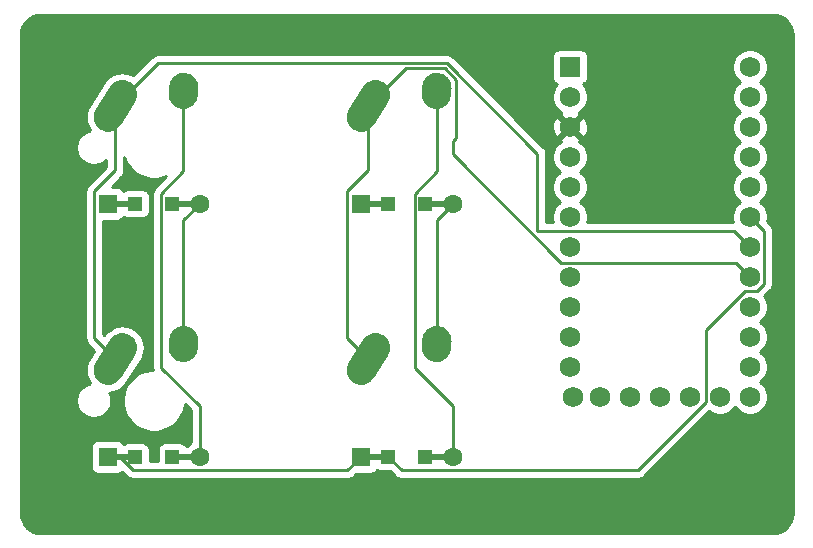
<source format=gbr>
%TF.GenerationSoftware,KiCad,Pcbnew,(5.1.9)-1*%
%TF.CreationDate,2021-02-14T16:54:30-05:00*%
%TF.ProjectId,keeb,6b656562-2e6b-4696-9361-645f70636258,rev?*%
%TF.SameCoordinates,Original*%
%TF.FileFunction,Copper,L1,Top*%
%TF.FilePolarity,Positive*%
%FSLAX46Y46*%
G04 Gerber Fmt 4.6, Leading zero omitted, Abs format (unit mm)*
G04 Created by KiCad (PCBNEW (5.1.9)-1) date 2021-02-14 16:54:30*
%MOMM*%
%LPD*%
G01*
G04 APERTURE LIST*
%TA.AperFunction,SMDPad,CuDef*%
%ADD10R,2.500000X0.500000*%
%TD*%
%TA.AperFunction,ComponentPad*%
%ADD11C,1.600000*%
%TD*%
%TA.AperFunction,ComponentPad*%
%ADD12R,1.600000X1.600000*%
%TD*%
%TA.AperFunction,SMDPad,CuDef*%
%ADD13R,1.200000X1.200000*%
%TD*%
%TA.AperFunction,ComponentPad*%
%ADD14R,1.752600X1.752600*%
%TD*%
%TA.AperFunction,ComponentPad*%
%ADD15C,1.752600*%
%TD*%
%TA.AperFunction,ViaPad*%
%ADD16C,0.800000*%
%TD*%
%TA.AperFunction,Conductor*%
%ADD17C,0.250000*%
%TD*%
%TA.AperFunction,Conductor*%
%ADD18C,0.254000*%
%TD*%
%TA.AperFunction,Conductor*%
%ADD19C,0.100000*%
%TD*%
G04 APERTURE END LIST*
D10*
%TO.P,D1,2*%
%TO.N,Net-(D1-Pad2)*%
X105093750Y-135731250D03*
%TO.P,D1,1*%
%TO.N,Net-(D1-Pad1)*%
X99693750Y-135731250D03*
D11*
%TO.P,D1,2*%
%TO.N,Net-(D1-Pad2)*%
X106293750Y-135731250D03*
D12*
%TO.P,D1,1*%
%TO.N,Net-(D1-Pad1)*%
X98493750Y-135731250D03*
D13*
X100818750Y-135731250D03*
%TO.P,D1,2*%
%TO.N,Net-(D1-Pad2)*%
X103968750Y-135731250D03*
%TD*%
%TO.P,D2,2*%
%TO.N,Net-(D2-Pad2)*%
X125400000Y-135731250D03*
%TO.P,D2,1*%
%TO.N,Net-(D1-Pad1)*%
X122250000Y-135731250D03*
D12*
X119925000Y-135731250D03*
D11*
%TO.P,D2,2*%
%TO.N,Net-(D2-Pad2)*%
X127725000Y-135731250D03*
D10*
%TO.P,D2,1*%
%TO.N,Net-(D1-Pad1)*%
X121125000Y-135731250D03*
%TO.P,D2,2*%
%TO.N,Net-(D2-Pad2)*%
X126525000Y-135731250D03*
%TD*%
%TO.P,D3,2*%
%TO.N,Net-(D3-Pad2)*%
X105093750Y-157162500D03*
%TO.P,D3,1*%
%TO.N,Net-(D3-Pad1)*%
X99693750Y-157162500D03*
D11*
%TO.P,D3,2*%
%TO.N,Net-(D3-Pad2)*%
X106293750Y-157162500D03*
D12*
%TO.P,D3,1*%
%TO.N,Net-(D3-Pad1)*%
X98493750Y-157162500D03*
D13*
X100818750Y-157162500D03*
%TO.P,D3,2*%
%TO.N,Net-(D3-Pad2)*%
X103968750Y-157162500D03*
%TD*%
%TO.P,D4,2*%
%TO.N,Net-(D4-Pad2)*%
X125400000Y-157162500D03*
%TO.P,D4,1*%
%TO.N,Net-(D3-Pad1)*%
X122250000Y-157162500D03*
D12*
X119925000Y-157162500D03*
D11*
%TO.P,D4,2*%
%TO.N,Net-(D4-Pad2)*%
X127725000Y-157162500D03*
D10*
%TO.P,D4,1*%
%TO.N,Net-(D3-Pad1)*%
X121125000Y-157162500D03*
%TO.P,D4,2*%
%TO.N,Net-(D4-Pad2)*%
X126525000Y-157162500D03*
%TD*%
%TO.P,K1,2*%
%TO.N,Net-(D1-Pad2)*%
%TA.AperFunction,ComponentPad*%
G36*
G01*
X103646921Y-147814309D02*
X103686369Y-147235653D01*
G75*
G02*
X105018493Y-146073567I1247105J-85019D01*
G01*
X105018493Y-146073567D01*
G75*
G02*
X106180579Y-147405691I-85019J-1247105D01*
G01*
X106141131Y-147984347D01*
G75*
G02*
X104809007Y-149146433I-1247105J85019D01*
G01*
X104809007Y-149146433D01*
G75*
G02*
X103646921Y-147814309I85019J1247105D01*
G01*
G37*
%TD.AperFunction*%
%TO.P,K1,1*%
%TO.N,Net-(K1-Pad1)*%
%TA.AperFunction,ComponentPad*%
G36*
G01*
X97480049Y-149157190D02*
X98688973Y-147259560D01*
G75*
G02*
X100414837Y-146876946I1054239J-671625D01*
G01*
X100414837Y-146876946D01*
G75*
G02*
X100797451Y-148602810I-671625J-1054239D01*
G01*
X99588527Y-150500440D01*
G75*
G02*
X97862663Y-150883054I-1054239J671625D01*
G01*
X97862663Y-150883054D01*
G75*
G02*
X97480049Y-149157190I671625J1054239D01*
G01*
G37*
%TD.AperFunction*%
%TD*%
%TO.P,K2,1*%
%TO.N,Net-(K2-Pad1)*%
%TA.AperFunction,ComponentPad*%
G36*
G01*
X118911299Y-149157190D02*
X120120223Y-147259560D01*
G75*
G02*
X121846087Y-146876946I1054239J-671625D01*
G01*
X121846087Y-146876946D01*
G75*
G02*
X122228701Y-148602810I-671625J-1054239D01*
G01*
X121019777Y-150500440D01*
G75*
G02*
X119293913Y-150883054I-1054239J671625D01*
G01*
X119293913Y-150883054D01*
G75*
G02*
X118911299Y-149157190I671625J1054239D01*
G01*
G37*
%TD.AperFunction*%
%TO.P,K2,2*%
%TO.N,Net-(D2-Pad2)*%
%TA.AperFunction,ComponentPad*%
G36*
G01*
X125078171Y-147814309D02*
X125117619Y-147235653D01*
G75*
G02*
X126449743Y-146073567I1247105J-85019D01*
G01*
X126449743Y-146073567D01*
G75*
G02*
X127611829Y-147405691I-85019J-1247105D01*
G01*
X127572381Y-147984347D01*
G75*
G02*
X126240257Y-149146433I-1247105J85019D01*
G01*
X126240257Y-149146433D01*
G75*
G02*
X125078171Y-147814309I85019J1247105D01*
G01*
G37*
%TD.AperFunction*%
%TD*%
%TO.P,K3,2*%
%TO.N,Net-(D3-Pad2)*%
%TA.AperFunction,ComponentPad*%
G36*
G01*
X103646921Y-126383059D02*
X103686369Y-125804403D01*
G75*
G02*
X105018493Y-124642317I1247105J-85019D01*
G01*
X105018493Y-124642317D01*
G75*
G02*
X106180579Y-125974441I-85019J-1247105D01*
G01*
X106141131Y-126553097D01*
G75*
G02*
X104809007Y-127715183I-1247105J85019D01*
G01*
X104809007Y-127715183D01*
G75*
G02*
X103646921Y-126383059I85019J1247105D01*
G01*
G37*
%TD.AperFunction*%
%TO.P,K3,1*%
%TO.N,Net-(K1-Pad1)*%
%TA.AperFunction,ComponentPad*%
G36*
G01*
X97480049Y-127725940D02*
X98688973Y-125828310D01*
G75*
G02*
X100414837Y-125445696I1054239J-671625D01*
G01*
X100414837Y-125445696D01*
G75*
G02*
X100797451Y-127171560I-671625J-1054239D01*
G01*
X99588527Y-129069190D01*
G75*
G02*
X97862663Y-129451804I-1054239J671625D01*
G01*
X97862663Y-129451804D01*
G75*
G02*
X97480049Y-127725940I671625J1054239D01*
G01*
G37*
%TD.AperFunction*%
%TD*%
%TO.P,K4,1*%
%TO.N,Net-(K2-Pad1)*%
%TA.AperFunction,ComponentPad*%
G36*
G01*
X118911299Y-127725940D02*
X120120223Y-125828310D01*
G75*
G02*
X121846087Y-125445696I1054239J-671625D01*
G01*
X121846087Y-125445696D01*
G75*
G02*
X122228701Y-127171560I-671625J-1054239D01*
G01*
X121019777Y-129069190D01*
G75*
G02*
X119293913Y-129451804I-1054239J671625D01*
G01*
X119293913Y-129451804D01*
G75*
G02*
X118911299Y-127725940I671625J1054239D01*
G01*
G37*
%TD.AperFunction*%
%TO.P,K4,2*%
%TO.N,Net-(D4-Pad2)*%
%TA.AperFunction,ComponentPad*%
G36*
G01*
X125078171Y-126383059D02*
X125117619Y-125804403D01*
G75*
G02*
X126449743Y-124642317I1247105J-85019D01*
G01*
X126449743Y-124642317D01*
G75*
G02*
X127611829Y-125974441I-85019J-1247105D01*
G01*
X127572381Y-126553097D01*
G75*
G02*
X126240257Y-127715183I-1247105J85019D01*
G01*
X126240257Y-127715183D01*
G75*
G02*
X125078171Y-126383059I85019J1247105D01*
G01*
G37*
%TD.AperFunction*%
%TD*%
D14*
%TO.P,U1,1*%
%TO.N,Net-(U1-Pad1)*%
X137636250Y-124142500D03*
D15*
%TO.P,U1,2*%
%TO.N,Net-(U1-Pad2)*%
X137636250Y-126682500D03*
%TO.P,U1,3*%
%TO.N,GND*%
X137636250Y-129222500D03*
%TO.P,U1,4*%
%TO.N,Net-(U1-Pad4)*%
X137636250Y-131762500D03*
%TO.P,U1,5*%
%TO.N,Net-(U1-Pad5)*%
X137636250Y-134302500D03*
%TO.P,U1,6*%
%TO.N,Net-(U1-Pad6)*%
X137636250Y-136842500D03*
%TO.P,U1,7*%
%TO.N,Net-(U1-Pad7)*%
X137636250Y-139382500D03*
%TO.P,U1,8*%
%TO.N,Net-(U1-Pad8)*%
X137636250Y-141922500D03*
%TO.P,U1,9*%
%TO.N,Net-(U1-Pad9)*%
X137636250Y-144462500D03*
%TO.P,U1,10*%
%TO.N,Net-(U1-Pad10)*%
X137636250Y-147002500D03*
%TO.P,U1,11*%
%TO.N,Net-(U1-Pad11)*%
X137636250Y-149542500D03*
%TO.P,U1,13*%
%TO.N,Net-(U1-Pad13)*%
X152876250Y-152082500D03*
%TO.P,U1,14*%
%TO.N,Net-(U1-Pad14)*%
X152876250Y-149542500D03*
%TO.P,U1,15*%
%TO.N,Net-(U1-Pad15)*%
X152876250Y-147002500D03*
%TO.P,U1,16*%
%TO.N,Net-(U1-Pad16)*%
X152876250Y-144462500D03*
%TO.P,U1,17*%
%TO.N,Net-(K2-Pad1)*%
X152876250Y-141922500D03*
%TO.P,U1,18*%
%TO.N,Net-(K1-Pad1)*%
X152876250Y-139382500D03*
%TO.P,U1,19*%
%TO.N,Net-(D3-Pad1)*%
X152876250Y-136842500D03*
%TO.P,U1,20*%
%TO.N,Net-(D1-Pad1)*%
X152876250Y-134302500D03*
%TO.P,U1,21*%
%TO.N,Net-(U1-Pad21)*%
X152876250Y-131762500D03*
%TO.P,U1,22*%
%TO.N,Net-(U1-Pad22)*%
X152876250Y-129222500D03*
%TO.P,U1,23*%
%TO.N,Net-(U1-Pad23)*%
X152876250Y-126682500D03*
%TO.P,U1,12*%
%TO.N,Net-(U1-Pad12)*%
X137864850Y-152082500D03*
%TO.P,U1,24*%
%TO.N,Net-(U1-Pad24)*%
X152876250Y-124142500D03*
%TO.P,U1,29*%
%TO.N,Net-(U1-Pad29)*%
X150336250Y-152082500D03*
%TO.P,U1,28*%
%TO.N,Net-(U1-Pad28)*%
X147796250Y-152082500D03*
%TO.P,U1,27*%
%TO.N,Net-(U1-Pad27)*%
X145256250Y-152082500D03*
%TO.P,U1,26*%
%TO.N,Net-(U1-Pad26)*%
X142716250Y-152082500D03*
%TO.P,U1,25*%
%TO.N,Net-(U1-Pad25)*%
X140176250Y-152082500D03*
%TD*%
D16*
%TO.N,Net-(D1-Pad2)*%
X104913750Y-147610000D03*
%TD*%
D17*
%TO.N,Net-(D1-Pad2)*%
X104913750Y-137111250D02*
X106293750Y-135731250D01*
X104913750Y-147610000D02*
X104913750Y-137111250D01*
%TO.N,Net-(D2-Pad2)*%
X126345000Y-137111250D02*
X127725000Y-135731250D01*
X126345000Y-147610000D02*
X126345000Y-137111250D01*
%TO.N,Net-(D3-Pad2)*%
X106293750Y-152868026D02*
X106293750Y-157162500D01*
X103043749Y-149618025D02*
X106293750Y-152868026D01*
X103043749Y-134871249D02*
X103043749Y-149618025D01*
X104913750Y-133001248D02*
X103043749Y-134871249D01*
X104913750Y-126178750D02*
X104913750Y-133001248D01*
%TO.N,Net-(D3-Pad1)*%
X118799999Y-158287501D02*
X119925000Y-157162500D01*
X100668751Y-158287501D02*
X118799999Y-158287501D01*
X99543750Y-157162500D02*
X100668751Y-158287501D01*
X98493750Y-157162500D02*
X99543750Y-157162500D01*
X143369175Y-158287501D02*
X123375001Y-158287501D01*
X149134949Y-152521727D02*
X143369175Y-158287501D01*
X149134949Y-146425875D02*
X149134949Y-152521727D01*
X153452875Y-143123801D02*
X152437023Y-143123801D01*
X154077551Y-142499125D02*
X153452875Y-143123801D01*
X123375001Y-158287501D02*
X122250000Y-157162500D01*
X152437023Y-143123801D02*
X149134949Y-146425875D01*
X154077551Y-138043801D02*
X154077551Y-142499125D01*
X152876250Y-136842500D02*
X154077551Y-138043801D01*
%TO.N,Net-(D4-Pad2)*%
X127725000Y-152868026D02*
X127725000Y-157162500D01*
X124474999Y-149618025D02*
X127725000Y-152868026D01*
X124474999Y-134871249D02*
X124474999Y-149618025D01*
X126345000Y-133001248D02*
X124474999Y-134871249D01*
X126345000Y-126178750D02*
X126345000Y-133001248D01*
%TO.N,Net-(K1-Pad1)*%
X97368749Y-147109999D02*
X99138750Y-148880000D01*
X97368749Y-134671249D02*
X97368749Y-147109999D01*
X99138750Y-132901248D02*
X97368749Y-134671249D01*
X99138750Y-127448750D02*
X99138750Y-132901248D01*
X102763821Y-123823679D02*
X99138750Y-127448750D01*
X127220383Y-123823679D02*
X102763821Y-123823679D01*
X134876127Y-131479423D02*
X127220383Y-123823679D01*
X134876127Y-138043801D02*
X134876127Y-131479423D01*
X151537551Y-138043801D02*
X134876127Y-138043801D01*
X152876250Y-139382500D02*
X151537551Y-138043801D01*
%TO.N,Net-(K2-Pad1)*%
X118799999Y-147109999D02*
X120570000Y-148880000D01*
X118799999Y-134671249D02*
X118799999Y-147109999D01*
X120570000Y-132901248D02*
X118799999Y-134671249D01*
X120570000Y-127448750D02*
X120570000Y-132901248D01*
X127033983Y-124273689D02*
X123745061Y-124273689D01*
X127980457Y-125220163D02*
X127033983Y-124273689D01*
X127980457Y-130152959D02*
X127980457Y-125220163D01*
X127729099Y-130404317D02*
X127980457Y-130152959D01*
X127729099Y-131533183D02*
X127729099Y-130404317D01*
X136917115Y-140721199D02*
X127729099Y-131533183D01*
X151674949Y-140721199D02*
X136917115Y-140721199D01*
X123745061Y-124273689D02*
X120570000Y-127448750D01*
X152876250Y-141922500D02*
X151674949Y-140721199D01*
%TD*%
D18*
%TO.N,GND*%
X155114960Y-119758386D02*
X155435960Y-119855301D01*
X155732025Y-120012721D01*
X155991873Y-120224649D01*
X156205608Y-120483010D01*
X156365088Y-120777964D01*
X156464244Y-121098282D01*
X156502500Y-121462262D01*
X156502501Y-161892711D01*
X156466614Y-162258710D01*
X156369698Y-162579712D01*
X156212279Y-162875775D01*
X156000351Y-163135623D01*
X155741992Y-163349356D01*
X155447036Y-163508838D01*
X155126719Y-163607993D01*
X154762729Y-163646250D01*
X92901029Y-163646250D01*
X92535040Y-163610364D01*
X92214038Y-163513448D01*
X91917975Y-163356029D01*
X91658127Y-163144101D01*
X91444394Y-162885742D01*
X91284912Y-162590786D01*
X91185757Y-162270469D01*
X91147500Y-161906479D01*
X91147500Y-130822402D01*
X95827850Y-130822402D01*
X95827850Y-131115098D01*
X95884952Y-131402171D01*
X95996962Y-131672588D01*
X96159576Y-131915956D01*
X96366544Y-132122924D01*
X96609912Y-132285538D01*
X96880329Y-132397548D01*
X97167402Y-132454650D01*
X97460098Y-132454650D01*
X97747171Y-132397548D01*
X98017588Y-132285538D01*
X98260956Y-132122924D01*
X98378751Y-132005129D01*
X98378751Y-132586444D01*
X96857751Y-134107446D01*
X96828748Y-134131248D01*
X96800472Y-134165703D01*
X96733775Y-134246973D01*
X96677959Y-134351397D01*
X96663203Y-134379003D01*
X96619746Y-134522264D01*
X96608749Y-134633917D01*
X96608749Y-134633927D01*
X96605073Y-134671249D01*
X96608749Y-134708571D01*
X96608750Y-147072667D01*
X96605073Y-147109999D01*
X96619747Y-147258984D01*
X96663203Y-147402245D01*
X96733775Y-147534275D01*
X96804950Y-147621001D01*
X96828749Y-147650000D01*
X96857747Y-147673798D01*
X97355230Y-148171282D01*
X96894743Y-148894101D01*
X96768954Y-149142314D01*
X96668944Y-149499904D01*
X96640619Y-149870135D01*
X96685067Y-150238777D01*
X96800578Y-150591664D01*
X96982716Y-150915237D01*
X97008804Y-150945647D01*
X96880329Y-150971202D01*
X96609912Y-151083212D01*
X96366544Y-151245826D01*
X96159576Y-151452794D01*
X95996962Y-151696162D01*
X95884952Y-151966579D01*
X95827850Y-152253652D01*
X95827850Y-152546348D01*
X95884952Y-152833421D01*
X95996962Y-153103838D01*
X96159576Y-153347206D01*
X96366544Y-153554174D01*
X96609912Y-153716788D01*
X96880329Y-153828798D01*
X97167402Y-153885900D01*
X97460098Y-153885900D01*
X97747171Y-153828798D01*
X98017588Y-153716788D01*
X98260956Y-153554174D01*
X98467924Y-153347206D01*
X98630538Y-153103838D01*
X98742548Y-152833421D01*
X98799650Y-152546348D01*
X98799650Y-152253652D01*
X98742548Y-151966579D01*
X98638309Y-151714924D01*
X98944250Y-151678036D01*
X99297137Y-151562525D01*
X99620710Y-151380387D01*
X99902532Y-151138623D01*
X100074328Y-150919720D01*
X101382756Y-148865900D01*
X101508546Y-148617688D01*
X101608555Y-148260097D01*
X101636881Y-147889866D01*
X101592433Y-147521223D01*
X101476921Y-147168336D01*
X101294784Y-146844763D01*
X101053020Y-146562942D01*
X100760921Y-146333701D01*
X100429713Y-146165851D01*
X100072123Y-146065842D01*
X99701891Y-146037517D01*
X99333249Y-146081964D01*
X98980361Y-146197476D01*
X98656789Y-146379613D01*
X98374968Y-146621377D01*
X98203172Y-146840280D01*
X98191754Y-146858203D01*
X98128749Y-146795198D01*
X98128749Y-137169322D01*
X99293750Y-137169322D01*
X99418232Y-137157062D01*
X99537930Y-137120752D01*
X99648244Y-137061787D01*
X99744935Y-136982435D01*
X99824287Y-136885744D01*
X99845375Y-136846292D01*
X99864256Y-136861787D01*
X99974570Y-136920752D01*
X100094268Y-136957062D01*
X100218750Y-136969322D01*
X101418750Y-136969322D01*
X101543232Y-136957062D01*
X101662930Y-136920752D01*
X101773244Y-136861787D01*
X101869935Y-136782435D01*
X101949287Y-136685744D01*
X102008252Y-136575430D01*
X102044562Y-136455732D01*
X102056822Y-136331250D01*
X102056822Y-135131250D01*
X102044562Y-135006768D01*
X102008252Y-134887070D01*
X101949287Y-134776756D01*
X101869935Y-134680065D01*
X101773244Y-134600713D01*
X101662930Y-134541748D01*
X101543232Y-134505438D01*
X101418750Y-134493178D01*
X100218750Y-134493178D01*
X100094268Y-134505438D01*
X99974570Y-134541748D01*
X99864256Y-134600713D01*
X99845375Y-134616208D01*
X99824287Y-134576756D01*
X99744935Y-134480065D01*
X99648244Y-134400713D01*
X99537930Y-134341748D01*
X99418232Y-134305438D01*
X99293750Y-134293178D01*
X98821622Y-134293178D01*
X99649758Y-133465043D01*
X99678751Y-133441249D01*
X99702545Y-133412256D01*
X99702549Y-133412252D01*
X99773723Y-133325525D01*
X99773724Y-133325524D01*
X99844296Y-133193495D01*
X99887753Y-133050234D01*
X99898750Y-132938581D01*
X99898750Y-132938572D01*
X99902426Y-132901249D01*
X99898750Y-132863926D01*
X99898750Y-131814934D01*
X100064049Y-132214001D01*
X100351750Y-132644576D01*
X100717924Y-133010750D01*
X101148499Y-133298451D01*
X101626928Y-133496623D01*
X102134826Y-133597650D01*
X102652674Y-133597650D01*
X103160572Y-133496623D01*
X103472975Y-133367221D01*
X102532752Y-134307445D01*
X102503748Y-134331248D01*
X102464558Y-134379002D01*
X102408775Y-134446973D01*
X102339404Y-134576756D01*
X102338203Y-134579003D01*
X102294746Y-134722264D01*
X102283749Y-134833917D01*
X102283749Y-134833927D01*
X102280073Y-134871249D01*
X102283749Y-134908571D01*
X102283750Y-149580693D01*
X102280073Y-149618025D01*
X102283750Y-149655358D01*
X102294747Y-149767011D01*
X102295987Y-149771100D01*
X102134826Y-149771100D01*
X101626928Y-149872127D01*
X101148499Y-150070299D01*
X100717924Y-150358000D01*
X100351750Y-150724174D01*
X100064049Y-151154749D01*
X99865877Y-151633178D01*
X99764850Y-152141076D01*
X99764850Y-152658924D01*
X99865877Y-153166822D01*
X100064049Y-153645251D01*
X100351750Y-154075826D01*
X100717924Y-154442000D01*
X101148499Y-154729701D01*
X101626928Y-154927873D01*
X102134826Y-155028900D01*
X102652674Y-155028900D01*
X103160572Y-154927873D01*
X103639001Y-154729701D01*
X104069576Y-154442000D01*
X104435750Y-154075826D01*
X104723451Y-153645251D01*
X104921623Y-153166822D01*
X105020526Y-152669604D01*
X105533750Y-153182829D01*
X105533751Y-155944456D01*
X105378991Y-156047863D01*
X105179113Y-156247741D01*
X105161281Y-156274428D01*
X105134791Y-156274428D01*
X105099287Y-156208006D01*
X105019935Y-156111315D01*
X104923244Y-156031963D01*
X104812930Y-155972998D01*
X104693232Y-155936688D01*
X104568750Y-155924428D01*
X103368750Y-155924428D01*
X103244268Y-155936688D01*
X103124570Y-155972998D01*
X103014256Y-156031963D01*
X102917565Y-156111315D01*
X102838213Y-156208006D01*
X102779248Y-156318320D01*
X102742938Y-156438018D01*
X102730678Y-156562500D01*
X102730678Y-157527501D01*
X102056822Y-157527501D01*
X102056822Y-156562500D01*
X102044562Y-156438018D01*
X102008252Y-156318320D01*
X101949287Y-156208006D01*
X101869935Y-156111315D01*
X101773244Y-156031963D01*
X101662930Y-155972998D01*
X101543232Y-155936688D01*
X101418750Y-155924428D01*
X100218750Y-155924428D01*
X100094268Y-155936688D01*
X99974570Y-155972998D01*
X99864256Y-156031963D01*
X99845375Y-156047458D01*
X99824287Y-156008006D01*
X99744935Y-155911315D01*
X99648244Y-155831963D01*
X99537930Y-155772998D01*
X99418232Y-155736688D01*
X99293750Y-155724428D01*
X97693750Y-155724428D01*
X97569268Y-155736688D01*
X97449570Y-155772998D01*
X97339256Y-155831963D01*
X97242565Y-155911315D01*
X97163213Y-156008006D01*
X97104248Y-156118320D01*
X97067938Y-156238018D01*
X97055678Y-156362500D01*
X97055678Y-157962500D01*
X97067938Y-158086982D01*
X97104248Y-158206680D01*
X97163213Y-158316994D01*
X97242565Y-158413685D01*
X97339256Y-158493037D01*
X97449570Y-158552002D01*
X97569268Y-158588312D01*
X97693750Y-158600572D01*
X99293750Y-158600572D01*
X99418232Y-158588312D01*
X99537930Y-158552002D01*
X99648244Y-158493037D01*
X99731313Y-158424864D01*
X100104952Y-158798504D01*
X100128750Y-158827502D01*
X100244475Y-158922475D01*
X100376504Y-158993047D01*
X100519765Y-159036504D01*
X100631418Y-159047501D01*
X100631426Y-159047501D01*
X100668751Y-159051177D01*
X100706076Y-159047501D01*
X118762677Y-159047501D01*
X118799999Y-159051177D01*
X118837321Y-159047501D01*
X118837332Y-159047501D01*
X118948985Y-159036504D01*
X119092246Y-158993047D01*
X119224275Y-158922475D01*
X119340000Y-158827502D01*
X119363803Y-158798499D01*
X119561729Y-158600572D01*
X120725000Y-158600572D01*
X120849482Y-158588312D01*
X120969180Y-158552002D01*
X121079494Y-158493037D01*
X121176185Y-158413685D01*
X121255537Y-158316994D01*
X121276625Y-158277542D01*
X121295506Y-158293037D01*
X121405820Y-158352002D01*
X121525518Y-158388312D01*
X121650000Y-158400572D01*
X122413270Y-158400572D01*
X122811202Y-158798504D01*
X122835000Y-158827502D01*
X122950725Y-158922475D01*
X123082754Y-158993047D01*
X123226015Y-159036504D01*
X123337668Y-159047501D01*
X123337676Y-159047501D01*
X123375001Y-159051177D01*
X123412326Y-159047501D01*
X143331853Y-159047501D01*
X143369175Y-159051177D01*
X143406497Y-159047501D01*
X143406508Y-159047501D01*
X143518161Y-159036504D01*
X143661422Y-158993047D01*
X143793451Y-158922475D01*
X143909176Y-158827502D01*
X143932979Y-158798498D01*
X149434130Y-153297348D01*
X149620381Y-153421797D01*
X149895420Y-153535722D01*
X150187400Y-153593800D01*
X150485100Y-153593800D01*
X150777080Y-153535722D01*
X151052119Y-153421797D01*
X151299648Y-153256404D01*
X151510154Y-153045898D01*
X151606250Y-152902080D01*
X151702346Y-153045898D01*
X151912852Y-153256404D01*
X152160381Y-153421797D01*
X152435420Y-153535722D01*
X152727400Y-153593800D01*
X153025100Y-153593800D01*
X153317080Y-153535722D01*
X153592119Y-153421797D01*
X153839648Y-153256404D01*
X154050154Y-153045898D01*
X154215547Y-152798369D01*
X154329472Y-152523330D01*
X154387550Y-152231350D01*
X154387550Y-151933650D01*
X154329472Y-151641670D01*
X154215547Y-151366631D01*
X154050154Y-151119102D01*
X153839648Y-150908596D01*
X153695830Y-150812500D01*
X153839648Y-150716404D01*
X154050154Y-150505898D01*
X154215547Y-150258369D01*
X154329472Y-149983330D01*
X154387550Y-149691350D01*
X154387550Y-149393650D01*
X154329472Y-149101670D01*
X154215547Y-148826631D01*
X154050154Y-148579102D01*
X153839648Y-148368596D01*
X153695830Y-148272500D01*
X153839648Y-148176404D01*
X154050154Y-147965898D01*
X154215547Y-147718369D01*
X154329472Y-147443330D01*
X154387550Y-147151350D01*
X154387550Y-146853650D01*
X154329472Y-146561670D01*
X154215547Y-146286631D01*
X154050154Y-146039102D01*
X153839648Y-145828596D01*
X153695830Y-145732500D01*
X153839648Y-145636404D01*
X154050154Y-145425898D01*
X154215547Y-145178369D01*
X154329472Y-144903330D01*
X154387550Y-144611350D01*
X154387550Y-144313650D01*
X154329472Y-144021670D01*
X154215547Y-143746631D01*
X154091098Y-143560379D01*
X154588553Y-143062925D01*
X154617552Y-143039126D01*
X154712525Y-142923401D01*
X154783097Y-142791372D01*
X154826554Y-142648111D01*
X154837551Y-142536458D01*
X154837551Y-142536449D01*
X154841227Y-142499126D01*
X154837551Y-142461803D01*
X154837551Y-138081123D01*
X154841227Y-138043800D01*
X154837551Y-138006477D01*
X154837551Y-138006468D01*
X154826554Y-137894815D01*
X154783097Y-137751554D01*
X154712525Y-137619525D01*
X154617552Y-137503800D01*
X154588554Y-137480002D01*
X154339826Y-137231275D01*
X154387550Y-136991350D01*
X154387550Y-136693650D01*
X154329472Y-136401670D01*
X154215547Y-136126631D01*
X154050154Y-135879102D01*
X153839648Y-135668596D01*
X153695830Y-135572500D01*
X153839648Y-135476404D01*
X154050154Y-135265898D01*
X154215547Y-135018369D01*
X154329472Y-134743330D01*
X154387550Y-134451350D01*
X154387550Y-134153650D01*
X154329472Y-133861670D01*
X154215547Y-133586631D01*
X154050154Y-133339102D01*
X153839648Y-133128596D01*
X153695830Y-133032500D01*
X153839648Y-132936404D01*
X154050154Y-132725898D01*
X154215547Y-132478369D01*
X154329472Y-132203330D01*
X154387550Y-131911350D01*
X154387550Y-131613650D01*
X154329472Y-131321670D01*
X154215547Y-131046631D01*
X154050154Y-130799102D01*
X153839648Y-130588596D01*
X153695830Y-130492500D01*
X153839648Y-130396404D01*
X154050154Y-130185898D01*
X154215547Y-129938369D01*
X154329472Y-129663330D01*
X154387550Y-129371350D01*
X154387550Y-129073650D01*
X154329472Y-128781670D01*
X154215547Y-128506631D01*
X154050154Y-128259102D01*
X153839648Y-128048596D01*
X153695830Y-127952500D01*
X153839648Y-127856404D01*
X154050154Y-127645898D01*
X154215547Y-127398369D01*
X154329472Y-127123330D01*
X154387550Y-126831350D01*
X154387550Y-126533650D01*
X154329472Y-126241670D01*
X154215547Y-125966631D01*
X154050154Y-125719102D01*
X153839648Y-125508596D01*
X153695830Y-125412500D01*
X153839648Y-125316404D01*
X154050154Y-125105898D01*
X154215547Y-124858369D01*
X154329472Y-124583330D01*
X154387550Y-124291350D01*
X154387550Y-123993650D01*
X154329472Y-123701670D01*
X154215547Y-123426631D01*
X154050154Y-123179102D01*
X153839648Y-122968596D01*
X153592119Y-122803203D01*
X153317080Y-122689278D01*
X153025100Y-122631200D01*
X152727400Y-122631200D01*
X152435420Y-122689278D01*
X152160381Y-122803203D01*
X151912852Y-122968596D01*
X151702346Y-123179102D01*
X151536953Y-123426631D01*
X151423028Y-123701670D01*
X151364950Y-123993650D01*
X151364950Y-124291350D01*
X151423028Y-124583330D01*
X151536953Y-124858369D01*
X151702346Y-125105898D01*
X151912852Y-125316404D01*
X152056670Y-125412500D01*
X151912852Y-125508596D01*
X151702346Y-125719102D01*
X151536953Y-125966631D01*
X151423028Y-126241670D01*
X151364950Y-126533650D01*
X151364950Y-126831350D01*
X151423028Y-127123330D01*
X151536953Y-127398369D01*
X151702346Y-127645898D01*
X151912852Y-127856404D01*
X152056670Y-127952500D01*
X151912852Y-128048596D01*
X151702346Y-128259102D01*
X151536953Y-128506631D01*
X151423028Y-128781670D01*
X151364950Y-129073650D01*
X151364950Y-129371350D01*
X151423028Y-129663330D01*
X151536953Y-129938369D01*
X151702346Y-130185898D01*
X151912852Y-130396404D01*
X152056670Y-130492500D01*
X151912852Y-130588596D01*
X151702346Y-130799102D01*
X151536953Y-131046631D01*
X151423028Y-131321670D01*
X151364950Y-131613650D01*
X151364950Y-131911350D01*
X151423028Y-132203330D01*
X151536953Y-132478369D01*
X151702346Y-132725898D01*
X151912852Y-132936404D01*
X152056670Y-133032500D01*
X151912852Y-133128596D01*
X151702346Y-133339102D01*
X151536953Y-133586631D01*
X151423028Y-133861670D01*
X151364950Y-134153650D01*
X151364950Y-134451350D01*
X151423028Y-134743330D01*
X151536953Y-135018369D01*
X151702346Y-135265898D01*
X151912852Y-135476404D01*
X152056670Y-135572500D01*
X151912852Y-135668596D01*
X151702346Y-135879102D01*
X151536953Y-136126631D01*
X151423028Y-136401670D01*
X151364950Y-136693650D01*
X151364950Y-136991350D01*
X151423028Y-137283330D01*
X151423223Y-137283801D01*
X139089277Y-137283801D01*
X139089472Y-137283330D01*
X139147550Y-136991350D01*
X139147550Y-136693650D01*
X139089472Y-136401670D01*
X138975547Y-136126631D01*
X138810154Y-135879102D01*
X138599648Y-135668596D01*
X138455830Y-135572500D01*
X138599648Y-135476404D01*
X138810154Y-135265898D01*
X138975547Y-135018369D01*
X139089472Y-134743330D01*
X139147550Y-134451350D01*
X139147550Y-134153650D01*
X139089472Y-133861670D01*
X138975547Y-133586631D01*
X138810154Y-133339102D01*
X138599648Y-133128596D01*
X138455830Y-133032500D01*
X138599648Y-132936404D01*
X138810154Y-132725898D01*
X138975547Y-132478369D01*
X139089472Y-132203330D01*
X139147550Y-131911350D01*
X139147550Y-131613650D01*
X139089472Y-131321670D01*
X138975547Y-131046631D01*
X138810154Y-130799102D01*
X138599648Y-130588596D01*
X138436441Y-130479545D01*
X138503813Y-130269669D01*
X137636250Y-129402105D01*
X136768687Y-130269669D01*
X136836059Y-130479545D01*
X136672852Y-130588596D01*
X136462346Y-130799102D01*
X136296953Y-131046631D01*
X136183028Y-131321670D01*
X136124950Y-131613650D01*
X136124950Y-131911350D01*
X136183028Y-132203330D01*
X136296953Y-132478369D01*
X136462346Y-132725898D01*
X136672852Y-132936404D01*
X136816670Y-133032500D01*
X136672852Y-133128596D01*
X136462346Y-133339102D01*
X136296953Y-133586631D01*
X136183028Y-133861670D01*
X136124950Y-134153650D01*
X136124950Y-134451350D01*
X136183028Y-134743330D01*
X136296953Y-135018369D01*
X136462346Y-135265898D01*
X136672852Y-135476404D01*
X136816670Y-135572500D01*
X136672852Y-135668596D01*
X136462346Y-135879102D01*
X136296953Y-136126631D01*
X136183028Y-136401670D01*
X136124950Y-136693650D01*
X136124950Y-136991350D01*
X136183028Y-137283330D01*
X136183223Y-137283801D01*
X135636127Y-137283801D01*
X135636127Y-131516745D01*
X135639803Y-131479423D01*
X135636127Y-131442100D01*
X135636127Y-131442090D01*
X135625130Y-131330437D01*
X135581673Y-131187176D01*
X135539837Y-131108907D01*
X135511101Y-131055146D01*
X135439926Y-130968420D01*
X135416128Y-130939422D01*
X135387130Y-130915624D01*
X133761497Y-129289991D01*
X136119137Y-129289991D01*
X136161454Y-129584667D01*
X136260448Y-129865427D01*
X136337321Y-130009246D01*
X136589081Y-130090063D01*
X137456645Y-129222500D01*
X137815855Y-129222500D01*
X138683419Y-130090063D01*
X138935179Y-130009246D01*
X139063707Y-129740721D01*
X139137379Y-129452281D01*
X139153363Y-129155009D01*
X139111046Y-128860333D01*
X139012052Y-128579573D01*
X138935179Y-128435754D01*
X138683419Y-128354937D01*
X137815855Y-129222500D01*
X137456645Y-129222500D01*
X136589081Y-128354937D01*
X136337321Y-128435754D01*
X136208793Y-128704279D01*
X136135121Y-128992719D01*
X136119137Y-129289991D01*
X133761497Y-129289991D01*
X127784187Y-123312682D01*
X127760384Y-123283678D01*
X127739087Y-123266200D01*
X136121878Y-123266200D01*
X136121878Y-125018800D01*
X136134138Y-125143282D01*
X136170448Y-125262980D01*
X136229413Y-125373294D01*
X136308765Y-125469985D01*
X136405456Y-125549337D01*
X136515770Y-125608302D01*
X136559792Y-125621656D01*
X136462346Y-125719102D01*
X136296953Y-125966631D01*
X136183028Y-126241670D01*
X136124950Y-126533650D01*
X136124950Y-126831350D01*
X136183028Y-127123330D01*
X136296953Y-127398369D01*
X136462346Y-127645898D01*
X136672852Y-127856404D01*
X136836059Y-127965455D01*
X136768687Y-128175331D01*
X137636250Y-129042895D01*
X138503813Y-128175331D01*
X138436441Y-127965455D01*
X138599648Y-127856404D01*
X138810154Y-127645898D01*
X138975547Y-127398369D01*
X139089472Y-127123330D01*
X139147550Y-126831350D01*
X139147550Y-126533650D01*
X139089472Y-126241670D01*
X138975547Y-125966631D01*
X138810154Y-125719102D01*
X138712708Y-125621656D01*
X138756730Y-125608302D01*
X138867044Y-125549337D01*
X138963735Y-125469985D01*
X139043087Y-125373294D01*
X139102052Y-125262980D01*
X139138362Y-125143282D01*
X139150622Y-125018800D01*
X139150622Y-123266200D01*
X139138362Y-123141718D01*
X139102052Y-123022020D01*
X139043087Y-122911706D01*
X138963735Y-122815015D01*
X138867044Y-122735663D01*
X138756730Y-122676698D01*
X138637032Y-122640388D01*
X138512550Y-122628128D01*
X136759950Y-122628128D01*
X136635468Y-122640388D01*
X136515770Y-122676698D01*
X136405456Y-122735663D01*
X136308765Y-122815015D01*
X136229413Y-122911706D01*
X136170448Y-123022020D01*
X136134138Y-123141718D01*
X136121878Y-123266200D01*
X127739087Y-123266200D01*
X127644659Y-123188705D01*
X127512630Y-123118133D01*
X127369369Y-123074676D01*
X127257716Y-123063679D01*
X127257705Y-123063679D01*
X127220383Y-123060003D01*
X127183061Y-123063679D01*
X102801154Y-123063679D01*
X102763821Y-123060002D01*
X102726488Y-123063679D01*
X102614835Y-123074676D01*
X102471574Y-123118133D01*
X102339545Y-123188705D01*
X102223820Y-123283678D01*
X102200022Y-123312676D01*
X100660924Y-124851774D01*
X100429713Y-124734601D01*
X100072123Y-124634592D01*
X99701891Y-124606267D01*
X99333249Y-124650714D01*
X98980361Y-124766226D01*
X98656789Y-124948363D01*
X98374968Y-125190127D01*
X98203172Y-125409030D01*
X96894743Y-127462851D01*
X96768954Y-127711064D01*
X96668944Y-128068654D01*
X96640619Y-128438885D01*
X96685067Y-128807527D01*
X96800578Y-129160414D01*
X96982716Y-129483987D01*
X97008804Y-129514397D01*
X96880329Y-129539952D01*
X96609912Y-129651962D01*
X96366544Y-129814576D01*
X96159576Y-130021544D01*
X95996962Y-130264912D01*
X95884952Y-130535329D01*
X95827850Y-130822402D01*
X91147500Y-130822402D01*
X91147500Y-121476029D01*
X91183386Y-121110040D01*
X91280301Y-120789040D01*
X91437721Y-120492975D01*
X91649649Y-120233127D01*
X91908010Y-120019392D01*
X92202964Y-119859912D01*
X92523282Y-119760756D01*
X92887262Y-119722500D01*
X154748971Y-119722500D01*
X155114960Y-119758386D01*
%TA.AperFunction,Conductor*%
D19*
G36*
X155114960Y-119758386D02*
G01*
X155435960Y-119855301D01*
X155732025Y-120012721D01*
X155991873Y-120224649D01*
X156205608Y-120483010D01*
X156365088Y-120777964D01*
X156464244Y-121098282D01*
X156502500Y-121462262D01*
X156502501Y-161892711D01*
X156466614Y-162258710D01*
X156369698Y-162579712D01*
X156212279Y-162875775D01*
X156000351Y-163135623D01*
X155741992Y-163349356D01*
X155447036Y-163508838D01*
X155126719Y-163607993D01*
X154762729Y-163646250D01*
X92901029Y-163646250D01*
X92535040Y-163610364D01*
X92214038Y-163513448D01*
X91917975Y-163356029D01*
X91658127Y-163144101D01*
X91444394Y-162885742D01*
X91284912Y-162590786D01*
X91185757Y-162270469D01*
X91147500Y-161906479D01*
X91147500Y-130822402D01*
X95827850Y-130822402D01*
X95827850Y-131115098D01*
X95884952Y-131402171D01*
X95996962Y-131672588D01*
X96159576Y-131915956D01*
X96366544Y-132122924D01*
X96609912Y-132285538D01*
X96880329Y-132397548D01*
X97167402Y-132454650D01*
X97460098Y-132454650D01*
X97747171Y-132397548D01*
X98017588Y-132285538D01*
X98260956Y-132122924D01*
X98378751Y-132005129D01*
X98378751Y-132586444D01*
X96857751Y-134107446D01*
X96828748Y-134131248D01*
X96800472Y-134165703D01*
X96733775Y-134246973D01*
X96677959Y-134351397D01*
X96663203Y-134379003D01*
X96619746Y-134522264D01*
X96608749Y-134633917D01*
X96608749Y-134633927D01*
X96605073Y-134671249D01*
X96608749Y-134708571D01*
X96608750Y-147072667D01*
X96605073Y-147109999D01*
X96619747Y-147258984D01*
X96663203Y-147402245D01*
X96733775Y-147534275D01*
X96804950Y-147621001D01*
X96828749Y-147650000D01*
X96857747Y-147673798D01*
X97355230Y-148171282D01*
X96894743Y-148894101D01*
X96768954Y-149142314D01*
X96668944Y-149499904D01*
X96640619Y-149870135D01*
X96685067Y-150238777D01*
X96800578Y-150591664D01*
X96982716Y-150915237D01*
X97008804Y-150945647D01*
X96880329Y-150971202D01*
X96609912Y-151083212D01*
X96366544Y-151245826D01*
X96159576Y-151452794D01*
X95996962Y-151696162D01*
X95884952Y-151966579D01*
X95827850Y-152253652D01*
X95827850Y-152546348D01*
X95884952Y-152833421D01*
X95996962Y-153103838D01*
X96159576Y-153347206D01*
X96366544Y-153554174D01*
X96609912Y-153716788D01*
X96880329Y-153828798D01*
X97167402Y-153885900D01*
X97460098Y-153885900D01*
X97747171Y-153828798D01*
X98017588Y-153716788D01*
X98260956Y-153554174D01*
X98467924Y-153347206D01*
X98630538Y-153103838D01*
X98742548Y-152833421D01*
X98799650Y-152546348D01*
X98799650Y-152253652D01*
X98742548Y-151966579D01*
X98638309Y-151714924D01*
X98944250Y-151678036D01*
X99297137Y-151562525D01*
X99620710Y-151380387D01*
X99902532Y-151138623D01*
X100074328Y-150919720D01*
X101382756Y-148865900D01*
X101508546Y-148617688D01*
X101608555Y-148260097D01*
X101636881Y-147889866D01*
X101592433Y-147521223D01*
X101476921Y-147168336D01*
X101294784Y-146844763D01*
X101053020Y-146562942D01*
X100760921Y-146333701D01*
X100429713Y-146165851D01*
X100072123Y-146065842D01*
X99701891Y-146037517D01*
X99333249Y-146081964D01*
X98980361Y-146197476D01*
X98656789Y-146379613D01*
X98374968Y-146621377D01*
X98203172Y-146840280D01*
X98191754Y-146858203D01*
X98128749Y-146795198D01*
X98128749Y-137169322D01*
X99293750Y-137169322D01*
X99418232Y-137157062D01*
X99537930Y-137120752D01*
X99648244Y-137061787D01*
X99744935Y-136982435D01*
X99824287Y-136885744D01*
X99845375Y-136846292D01*
X99864256Y-136861787D01*
X99974570Y-136920752D01*
X100094268Y-136957062D01*
X100218750Y-136969322D01*
X101418750Y-136969322D01*
X101543232Y-136957062D01*
X101662930Y-136920752D01*
X101773244Y-136861787D01*
X101869935Y-136782435D01*
X101949287Y-136685744D01*
X102008252Y-136575430D01*
X102044562Y-136455732D01*
X102056822Y-136331250D01*
X102056822Y-135131250D01*
X102044562Y-135006768D01*
X102008252Y-134887070D01*
X101949287Y-134776756D01*
X101869935Y-134680065D01*
X101773244Y-134600713D01*
X101662930Y-134541748D01*
X101543232Y-134505438D01*
X101418750Y-134493178D01*
X100218750Y-134493178D01*
X100094268Y-134505438D01*
X99974570Y-134541748D01*
X99864256Y-134600713D01*
X99845375Y-134616208D01*
X99824287Y-134576756D01*
X99744935Y-134480065D01*
X99648244Y-134400713D01*
X99537930Y-134341748D01*
X99418232Y-134305438D01*
X99293750Y-134293178D01*
X98821622Y-134293178D01*
X99649758Y-133465043D01*
X99678751Y-133441249D01*
X99702545Y-133412256D01*
X99702549Y-133412252D01*
X99773723Y-133325525D01*
X99773724Y-133325524D01*
X99844296Y-133193495D01*
X99887753Y-133050234D01*
X99898750Y-132938581D01*
X99898750Y-132938572D01*
X99902426Y-132901249D01*
X99898750Y-132863926D01*
X99898750Y-131814934D01*
X100064049Y-132214001D01*
X100351750Y-132644576D01*
X100717924Y-133010750D01*
X101148499Y-133298451D01*
X101626928Y-133496623D01*
X102134826Y-133597650D01*
X102652674Y-133597650D01*
X103160572Y-133496623D01*
X103472975Y-133367221D01*
X102532752Y-134307445D01*
X102503748Y-134331248D01*
X102464558Y-134379002D01*
X102408775Y-134446973D01*
X102339404Y-134576756D01*
X102338203Y-134579003D01*
X102294746Y-134722264D01*
X102283749Y-134833917D01*
X102283749Y-134833927D01*
X102280073Y-134871249D01*
X102283749Y-134908571D01*
X102283750Y-149580693D01*
X102280073Y-149618025D01*
X102283750Y-149655358D01*
X102294747Y-149767011D01*
X102295987Y-149771100D01*
X102134826Y-149771100D01*
X101626928Y-149872127D01*
X101148499Y-150070299D01*
X100717924Y-150358000D01*
X100351750Y-150724174D01*
X100064049Y-151154749D01*
X99865877Y-151633178D01*
X99764850Y-152141076D01*
X99764850Y-152658924D01*
X99865877Y-153166822D01*
X100064049Y-153645251D01*
X100351750Y-154075826D01*
X100717924Y-154442000D01*
X101148499Y-154729701D01*
X101626928Y-154927873D01*
X102134826Y-155028900D01*
X102652674Y-155028900D01*
X103160572Y-154927873D01*
X103639001Y-154729701D01*
X104069576Y-154442000D01*
X104435750Y-154075826D01*
X104723451Y-153645251D01*
X104921623Y-153166822D01*
X105020526Y-152669604D01*
X105533750Y-153182829D01*
X105533751Y-155944456D01*
X105378991Y-156047863D01*
X105179113Y-156247741D01*
X105161281Y-156274428D01*
X105134791Y-156274428D01*
X105099287Y-156208006D01*
X105019935Y-156111315D01*
X104923244Y-156031963D01*
X104812930Y-155972998D01*
X104693232Y-155936688D01*
X104568750Y-155924428D01*
X103368750Y-155924428D01*
X103244268Y-155936688D01*
X103124570Y-155972998D01*
X103014256Y-156031963D01*
X102917565Y-156111315D01*
X102838213Y-156208006D01*
X102779248Y-156318320D01*
X102742938Y-156438018D01*
X102730678Y-156562500D01*
X102730678Y-157527501D01*
X102056822Y-157527501D01*
X102056822Y-156562500D01*
X102044562Y-156438018D01*
X102008252Y-156318320D01*
X101949287Y-156208006D01*
X101869935Y-156111315D01*
X101773244Y-156031963D01*
X101662930Y-155972998D01*
X101543232Y-155936688D01*
X101418750Y-155924428D01*
X100218750Y-155924428D01*
X100094268Y-155936688D01*
X99974570Y-155972998D01*
X99864256Y-156031963D01*
X99845375Y-156047458D01*
X99824287Y-156008006D01*
X99744935Y-155911315D01*
X99648244Y-155831963D01*
X99537930Y-155772998D01*
X99418232Y-155736688D01*
X99293750Y-155724428D01*
X97693750Y-155724428D01*
X97569268Y-155736688D01*
X97449570Y-155772998D01*
X97339256Y-155831963D01*
X97242565Y-155911315D01*
X97163213Y-156008006D01*
X97104248Y-156118320D01*
X97067938Y-156238018D01*
X97055678Y-156362500D01*
X97055678Y-157962500D01*
X97067938Y-158086982D01*
X97104248Y-158206680D01*
X97163213Y-158316994D01*
X97242565Y-158413685D01*
X97339256Y-158493037D01*
X97449570Y-158552002D01*
X97569268Y-158588312D01*
X97693750Y-158600572D01*
X99293750Y-158600572D01*
X99418232Y-158588312D01*
X99537930Y-158552002D01*
X99648244Y-158493037D01*
X99731313Y-158424864D01*
X100104952Y-158798504D01*
X100128750Y-158827502D01*
X100244475Y-158922475D01*
X100376504Y-158993047D01*
X100519765Y-159036504D01*
X100631418Y-159047501D01*
X100631426Y-159047501D01*
X100668751Y-159051177D01*
X100706076Y-159047501D01*
X118762677Y-159047501D01*
X118799999Y-159051177D01*
X118837321Y-159047501D01*
X118837332Y-159047501D01*
X118948985Y-159036504D01*
X119092246Y-158993047D01*
X119224275Y-158922475D01*
X119340000Y-158827502D01*
X119363803Y-158798499D01*
X119561729Y-158600572D01*
X120725000Y-158600572D01*
X120849482Y-158588312D01*
X120969180Y-158552002D01*
X121079494Y-158493037D01*
X121176185Y-158413685D01*
X121255537Y-158316994D01*
X121276625Y-158277542D01*
X121295506Y-158293037D01*
X121405820Y-158352002D01*
X121525518Y-158388312D01*
X121650000Y-158400572D01*
X122413270Y-158400572D01*
X122811202Y-158798504D01*
X122835000Y-158827502D01*
X122950725Y-158922475D01*
X123082754Y-158993047D01*
X123226015Y-159036504D01*
X123337668Y-159047501D01*
X123337676Y-159047501D01*
X123375001Y-159051177D01*
X123412326Y-159047501D01*
X143331853Y-159047501D01*
X143369175Y-159051177D01*
X143406497Y-159047501D01*
X143406508Y-159047501D01*
X143518161Y-159036504D01*
X143661422Y-158993047D01*
X143793451Y-158922475D01*
X143909176Y-158827502D01*
X143932979Y-158798498D01*
X149434130Y-153297348D01*
X149620381Y-153421797D01*
X149895420Y-153535722D01*
X150187400Y-153593800D01*
X150485100Y-153593800D01*
X150777080Y-153535722D01*
X151052119Y-153421797D01*
X151299648Y-153256404D01*
X151510154Y-153045898D01*
X151606250Y-152902080D01*
X151702346Y-153045898D01*
X151912852Y-153256404D01*
X152160381Y-153421797D01*
X152435420Y-153535722D01*
X152727400Y-153593800D01*
X153025100Y-153593800D01*
X153317080Y-153535722D01*
X153592119Y-153421797D01*
X153839648Y-153256404D01*
X154050154Y-153045898D01*
X154215547Y-152798369D01*
X154329472Y-152523330D01*
X154387550Y-152231350D01*
X154387550Y-151933650D01*
X154329472Y-151641670D01*
X154215547Y-151366631D01*
X154050154Y-151119102D01*
X153839648Y-150908596D01*
X153695830Y-150812500D01*
X153839648Y-150716404D01*
X154050154Y-150505898D01*
X154215547Y-150258369D01*
X154329472Y-149983330D01*
X154387550Y-149691350D01*
X154387550Y-149393650D01*
X154329472Y-149101670D01*
X154215547Y-148826631D01*
X154050154Y-148579102D01*
X153839648Y-148368596D01*
X153695830Y-148272500D01*
X153839648Y-148176404D01*
X154050154Y-147965898D01*
X154215547Y-147718369D01*
X154329472Y-147443330D01*
X154387550Y-147151350D01*
X154387550Y-146853650D01*
X154329472Y-146561670D01*
X154215547Y-146286631D01*
X154050154Y-146039102D01*
X153839648Y-145828596D01*
X153695830Y-145732500D01*
X153839648Y-145636404D01*
X154050154Y-145425898D01*
X154215547Y-145178369D01*
X154329472Y-144903330D01*
X154387550Y-144611350D01*
X154387550Y-144313650D01*
X154329472Y-144021670D01*
X154215547Y-143746631D01*
X154091098Y-143560379D01*
X154588553Y-143062925D01*
X154617552Y-143039126D01*
X154712525Y-142923401D01*
X154783097Y-142791372D01*
X154826554Y-142648111D01*
X154837551Y-142536458D01*
X154837551Y-142536449D01*
X154841227Y-142499126D01*
X154837551Y-142461803D01*
X154837551Y-138081123D01*
X154841227Y-138043800D01*
X154837551Y-138006477D01*
X154837551Y-138006468D01*
X154826554Y-137894815D01*
X154783097Y-137751554D01*
X154712525Y-137619525D01*
X154617552Y-137503800D01*
X154588554Y-137480002D01*
X154339826Y-137231275D01*
X154387550Y-136991350D01*
X154387550Y-136693650D01*
X154329472Y-136401670D01*
X154215547Y-136126631D01*
X154050154Y-135879102D01*
X153839648Y-135668596D01*
X153695830Y-135572500D01*
X153839648Y-135476404D01*
X154050154Y-135265898D01*
X154215547Y-135018369D01*
X154329472Y-134743330D01*
X154387550Y-134451350D01*
X154387550Y-134153650D01*
X154329472Y-133861670D01*
X154215547Y-133586631D01*
X154050154Y-133339102D01*
X153839648Y-133128596D01*
X153695830Y-133032500D01*
X153839648Y-132936404D01*
X154050154Y-132725898D01*
X154215547Y-132478369D01*
X154329472Y-132203330D01*
X154387550Y-131911350D01*
X154387550Y-131613650D01*
X154329472Y-131321670D01*
X154215547Y-131046631D01*
X154050154Y-130799102D01*
X153839648Y-130588596D01*
X153695830Y-130492500D01*
X153839648Y-130396404D01*
X154050154Y-130185898D01*
X154215547Y-129938369D01*
X154329472Y-129663330D01*
X154387550Y-129371350D01*
X154387550Y-129073650D01*
X154329472Y-128781670D01*
X154215547Y-128506631D01*
X154050154Y-128259102D01*
X153839648Y-128048596D01*
X153695830Y-127952500D01*
X153839648Y-127856404D01*
X154050154Y-127645898D01*
X154215547Y-127398369D01*
X154329472Y-127123330D01*
X154387550Y-126831350D01*
X154387550Y-126533650D01*
X154329472Y-126241670D01*
X154215547Y-125966631D01*
X154050154Y-125719102D01*
X153839648Y-125508596D01*
X153695830Y-125412500D01*
X153839648Y-125316404D01*
X154050154Y-125105898D01*
X154215547Y-124858369D01*
X154329472Y-124583330D01*
X154387550Y-124291350D01*
X154387550Y-123993650D01*
X154329472Y-123701670D01*
X154215547Y-123426631D01*
X154050154Y-123179102D01*
X153839648Y-122968596D01*
X153592119Y-122803203D01*
X153317080Y-122689278D01*
X153025100Y-122631200D01*
X152727400Y-122631200D01*
X152435420Y-122689278D01*
X152160381Y-122803203D01*
X151912852Y-122968596D01*
X151702346Y-123179102D01*
X151536953Y-123426631D01*
X151423028Y-123701670D01*
X151364950Y-123993650D01*
X151364950Y-124291350D01*
X151423028Y-124583330D01*
X151536953Y-124858369D01*
X151702346Y-125105898D01*
X151912852Y-125316404D01*
X152056670Y-125412500D01*
X151912852Y-125508596D01*
X151702346Y-125719102D01*
X151536953Y-125966631D01*
X151423028Y-126241670D01*
X151364950Y-126533650D01*
X151364950Y-126831350D01*
X151423028Y-127123330D01*
X151536953Y-127398369D01*
X151702346Y-127645898D01*
X151912852Y-127856404D01*
X152056670Y-127952500D01*
X151912852Y-128048596D01*
X151702346Y-128259102D01*
X151536953Y-128506631D01*
X151423028Y-128781670D01*
X151364950Y-129073650D01*
X151364950Y-129371350D01*
X151423028Y-129663330D01*
X151536953Y-129938369D01*
X151702346Y-130185898D01*
X151912852Y-130396404D01*
X152056670Y-130492500D01*
X151912852Y-130588596D01*
X151702346Y-130799102D01*
X151536953Y-131046631D01*
X151423028Y-131321670D01*
X151364950Y-131613650D01*
X151364950Y-131911350D01*
X151423028Y-132203330D01*
X151536953Y-132478369D01*
X151702346Y-132725898D01*
X151912852Y-132936404D01*
X152056670Y-133032500D01*
X151912852Y-133128596D01*
X151702346Y-133339102D01*
X151536953Y-133586631D01*
X151423028Y-133861670D01*
X151364950Y-134153650D01*
X151364950Y-134451350D01*
X151423028Y-134743330D01*
X151536953Y-135018369D01*
X151702346Y-135265898D01*
X151912852Y-135476404D01*
X152056670Y-135572500D01*
X151912852Y-135668596D01*
X151702346Y-135879102D01*
X151536953Y-136126631D01*
X151423028Y-136401670D01*
X151364950Y-136693650D01*
X151364950Y-136991350D01*
X151423028Y-137283330D01*
X151423223Y-137283801D01*
X139089277Y-137283801D01*
X139089472Y-137283330D01*
X139147550Y-136991350D01*
X139147550Y-136693650D01*
X139089472Y-136401670D01*
X138975547Y-136126631D01*
X138810154Y-135879102D01*
X138599648Y-135668596D01*
X138455830Y-135572500D01*
X138599648Y-135476404D01*
X138810154Y-135265898D01*
X138975547Y-135018369D01*
X139089472Y-134743330D01*
X139147550Y-134451350D01*
X139147550Y-134153650D01*
X139089472Y-133861670D01*
X138975547Y-133586631D01*
X138810154Y-133339102D01*
X138599648Y-133128596D01*
X138455830Y-133032500D01*
X138599648Y-132936404D01*
X138810154Y-132725898D01*
X138975547Y-132478369D01*
X139089472Y-132203330D01*
X139147550Y-131911350D01*
X139147550Y-131613650D01*
X139089472Y-131321670D01*
X138975547Y-131046631D01*
X138810154Y-130799102D01*
X138599648Y-130588596D01*
X138436441Y-130479545D01*
X138503813Y-130269669D01*
X137636250Y-129402105D01*
X136768687Y-130269669D01*
X136836059Y-130479545D01*
X136672852Y-130588596D01*
X136462346Y-130799102D01*
X136296953Y-131046631D01*
X136183028Y-131321670D01*
X136124950Y-131613650D01*
X136124950Y-131911350D01*
X136183028Y-132203330D01*
X136296953Y-132478369D01*
X136462346Y-132725898D01*
X136672852Y-132936404D01*
X136816670Y-133032500D01*
X136672852Y-133128596D01*
X136462346Y-133339102D01*
X136296953Y-133586631D01*
X136183028Y-133861670D01*
X136124950Y-134153650D01*
X136124950Y-134451350D01*
X136183028Y-134743330D01*
X136296953Y-135018369D01*
X136462346Y-135265898D01*
X136672852Y-135476404D01*
X136816670Y-135572500D01*
X136672852Y-135668596D01*
X136462346Y-135879102D01*
X136296953Y-136126631D01*
X136183028Y-136401670D01*
X136124950Y-136693650D01*
X136124950Y-136991350D01*
X136183028Y-137283330D01*
X136183223Y-137283801D01*
X135636127Y-137283801D01*
X135636127Y-131516745D01*
X135639803Y-131479423D01*
X135636127Y-131442100D01*
X135636127Y-131442090D01*
X135625130Y-131330437D01*
X135581673Y-131187176D01*
X135539837Y-131108907D01*
X135511101Y-131055146D01*
X135439926Y-130968420D01*
X135416128Y-130939422D01*
X135387130Y-130915624D01*
X133761497Y-129289991D01*
X136119137Y-129289991D01*
X136161454Y-129584667D01*
X136260448Y-129865427D01*
X136337321Y-130009246D01*
X136589081Y-130090063D01*
X137456645Y-129222500D01*
X137815855Y-129222500D01*
X138683419Y-130090063D01*
X138935179Y-130009246D01*
X139063707Y-129740721D01*
X139137379Y-129452281D01*
X139153363Y-129155009D01*
X139111046Y-128860333D01*
X139012052Y-128579573D01*
X138935179Y-128435754D01*
X138683419Y-128354937D01*
X137815855Y-129222500D01*
X137456645Y-129222500D01*
X136589081Y-128354937D01*
X136337321Y-128435754D01*
X136208793Y-128704279D01*
X136135121Y-128992719D01*
X136119137Y-129289991D01*
X133761497Y-129289991D01*
X127784187Y-123312682D01*
X127760384Y-123283678D01*
X127739087Y-123266200D01*
X136121878Y-123266200D01*
X136121878Y-125018800D01*
X136134138Y-125143282D01*
X136170448Y-125262980D01*
X136229413Y-125373294D01*
X136308765Y-125469985D01*
X136405456Y-125549337D01*
X136515770Y-125608302D01*
X136559792Y-125621656D01*
X136462346Y-125719102D01*
X136296953Y-125966631D01*
X136183028Y-126241670D01*
X136124950Y-126533650D01*
X136124950Y-126831350D01*
X136183028Y-127123330D01*
X136296953Y-127398369D01*
X136462346Y-127645898D01*
X136672852Y-127856404D01*
X136836059Y-127965455D01*
X136768687Y-128175331D01*
X137636250Y-129042895D01*
X138503813Y-128175331D01*
X138436441Y-127965455D01*
X138599648Y-127856404D01*
X138810154Y-127645898D01*
X138975547Y-127398369D01*
X139089472Y-127123330D01*
X139147550Y-126831350D01*
X139147550Y-126533650D01*
X139089472Y-126241670D01*
X138975547Y-125966631D01*
X138810154Y-125719102D01*
X138712708Y-125621656D01*
X138756730Y-125608302D01*
X138867044Y-125549337D01*
X138963735Y-125469985D01*
X139043087Y-125373294D01*
X139102052Y-125262980D01*
X139138362Y-125143282D01*
X139150622Y-125018800D01*
X139150622Y-123266200D01*
X139138362Y-123141718D01*
X139102052Y-123022020D01*
X139043087Y-122911706D01*
X138963735Y-122815015D01*
X138867044Y-122735663D01*
X138756730Y-122676698D01*
X138637032Y-122640388D01*
X138512550Y-122628128D01*
X136759950Y-122628128D01*
X136635468Y-122640388D01*
X136515770Y-122676698D01*
X136405456Y-122735663D01*
X136308765Y-122815015D01*
X136229413Y-122911706D01*
X136170448Y-123022020D01*
X136134138Y-123141718D01*
X136121878Y-123266200D01*
X127739087Y-123266200D01*
X127644659Y-123188705D01*
X127512630Y-123118133D01*
X127369369Y-123074676D01*
X127257716Y-123063679D01*
X127257705Y-123063679D01*
X127220383Y-123060003D01*
X127183061Y-123063679D01*
X102801154Y-123063679D01*
X102763821Y-123060002D01*
X102726488Y-123063679D01*
X102614835Y-123074676D01*
X102471574Y-123118133D01*
X102339545Y-123188705D01*
X102223820Y-123283678D01*
X102200022Y-123312676D01*
X100660924Y-124851774D01*
X100429713Y-124734601D01*
X100072123Y-124634592D01*
X99701891Y-124606267D01*
X99333249Y-124650714D01*
X98980361Y-124766226D01*
X98656789Y-124948363D01*
X98374968Y-125190127D01*
X98203172Y-125409030D01*
X96894743Y-127462851D01*
X96768954Y-127711064D01*
X96668944Y-128068654D01*
X96640619Y-128438885D01*
X96685067Y-128807527D01*
X96800578Y-129160414D01*
X96982716Y-129483987D01*
X97008804Y-129514397D01*
X96880329Y-129539952D01*
X96609912Y-129651962D01*
X96366544Y-129814576D01*
X96159576Y-130021544D01*
X95996962Y-130264912D01*
X95884952Y-130535329D01*
X95827850Y-130822402D01*
X91147500Y-130822402D01*
X91147500Y-121476029D01*
X91183386Y-121110040D01*
X91280301Y-120789040D01*
X91437721Y-120492975D01*
X91649649Y-120233127D01*
X91908010Y-120019392D01*
X92202964Y-119859912D01*
X92523282Y-119760756D01*
X92887262Y-119722500D01*
X154748971Y-119722500D01*
X155114960Y-119758386D01*
G37*
%TD.AperFunction*%
%TD*%
M02*

</source>
